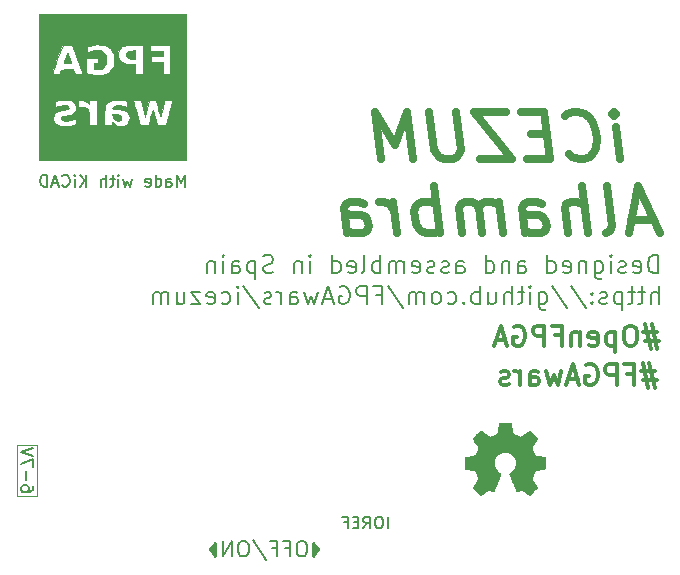
<source format=gbr>
G04 #@! TF.FileFunction,Legend,Bot*
%FSLAX46Y46*%
G04 Gerber Fmt 4.6, Leading zero omitted, Abs format (unit mm)*
G04 Created by KiCad (PCBNEW 4.0.2+e4-6225~38~ubuntu16.04.1-stable) date mié 27 jul 2016 08:55:20 CEST*
%MOMM*%
G01*
G04 APERTURE LIST*
%ADD10C,0.100000*%
%ADD11C,0.200000*%
%ADD12C,0.010000*%
%ADD13C,0.300000*%
%ADD14C,0.700000*%
%ADD15C,0.254000*%
G04 APERTURE END LIST*
D10*
D11*
X14685238Y32877619D02*
X14685238Y33877619D01*
X14351904Y33163333D01*
X14018571Y33877619D01*
X14018571Y32877619D01*
X13113809Y32877619D02*
X13113809Y33401429D01*
X13161428Y33496667D01*
X13256666Y33544286D01*
X13447143Y33544286D01*
X13542381Y33496667D01*
X13113809Y32925238D02*
X13209047Y32877619D01*
X13447143Y32877619D01*
X13542381Y32925238D01*
X13590000Y33020476D01*
X13590000Y33115714D01*
X13542381Y33210952D01*
X13447143Y33258571D01*
X13209047Y33258571D01*
X13113809Y33306190D01*
X12209047Y32877619D02*
X12209047Y33877619D01*
X12209047Y32925238D02*
X12304285Y32877619D01*
X12494762Y32877619D01*
X12590000Y32925238D01*
X12637619Y32972857D01*
X12685238Y33068095D01*
X12685238Y33353810D01*
X12637619Y33449048D01*
X12590000Y33496667D01*
X12494762Y33544286D01*
X12304285Y33544286D01*
X12209047Y33496667D01*
X11351904Y32925238D02*
X11447142Y32877619D01*
X11637619Y32877619D01*
X11732857Y32925238D01*
X11780476Y33020476D01*
X11780476Y33401429D01*
X11732857Y33496667D01*
X11637619Y33544286D01*
X11447142Y33544286D01*
X11351904Y33496667D01*
X11304285Y33401429D01*
X11304285Y33306190D01*
X11780476Y33210952D01*
X10209047Y33544286D02*
X10018571Y32877619D01*
X9828094Y33353810D01*
X9637618Y32877619D01*
X9447142Y33544286D01*
X9066190Y32877619D02*
X9066190Y33544286D01*
X9066190Y33877619D02*
X9113809Y33830000D01*
X9066190Y33782381D01*
X9018571Y33830000D01*
X9066190Y33877619D01*
X9066190Y33782381D01*
X8732857Y33544286D02*
X8351905Y33544286D01*
X8590000Y33877619D02*
X8590000Y33020476D01*
X8542381Y32925238D01*
X8447143Y32877619D01*
X8351905Y32877619D01*
X8018571Y32877619D02*
X8018571Y33877619D01*
X7589999Y32877619D02*
X7589999Y33401429D01*
X7637618Y33496667D01*
X7732856Y33544286D01*
X7875714Y33544286D01*
X7970952Y33496667D01*
X8018571Y33449048D01*
X6351904Y32877619D02*
X6351904Y33877619D01*
X5780475Y32877619D02*
X6209047Y33449048D01*
X5780475Y33877619D02*
X6351904Y33306190D01*
X5351904Y32877619D02*
X5351904Y33544286D01*
X5351904Y33877619D02*
X5399523Y33830000D01*
X5351904Y33782381D01*
X5304285Y33830000D01*
X5351904Y33877619D01*
X5351904Y33782381D01*
X4304285Y32972857D02*
X4351904Y32925238D01*
X4494761Y32877619D01*
X4589999Y32877619D01*
X4732857Y32925238D01*
X4828095Y33020476D01*
X4875714Y33115714D01*
X4923333Y33306190D01*
X4923333Y33449048D01*
X4875714Y33639524D01*
X4828095Y33734762D01*
X4732857Y33830000D01*
X4589999Y33877619D01*
X4494761Y33877619D01*
X4351904Y33830000D01*
X4304285Y33782381D01*
X3923333Y33163333D02*
X3447142Y33163333D01*
X4018571Y32877619D02*
X3685238Y33877619D01*
X3351904Y32877619D01*
X3018571Y32877619D02*
X3018571Y33877619D01*
X2780476Y33877619D01*
X2637618Y33830000D01*
X2542380Y33734762D01*
X2494761Y33639524D01*
X2447142Y33449048D01*
X2447142Y33306190D01*
X2494761Y33115714D01*
X2542380Y33020476D01*
X2637618Y32925238D01*
X2780476Y32877619D01*
X3018571Y32877619D01*
D12*
X460000Y11000000D02*
X470000Y11000000D01*
D10*
X460000Y6670000D02*
X460000Y11000000D01*
X2190000Y6670000D02*
X460000Y6670000D01*
X2190000Y11000000D02*
X2190000Y6670000D01*
X470000Y11000000D02*
X2190000Y11000000D01*
D11*
X1847619Y7486667D02*
X1847619Y7296190D01*
X1800000Y7200952D01*
X1752381Y7153333D01*
X1609524Y7058095D01*
X1419048Y7010476D01*
X1038095Y7010476D01*
X942857Y7058095D01*
X895238Y7105714D01*
X847619Y7200952D01*
X847619Y7391429D01*
X895238Y7486667D01*
X942857Y7534286D01*
X1038095Y7581905D01*
X1276190Y7581905D01*
X1371429Y7534286D01*
X1419048Y7486667D01*
X1466667Y7391429D01*
X1466667Y7200952D01*
X1419048Y7105714D01*
X1371429Y7058095D01*
X1276190Y7010476D01*
X1228571Y8010476D02*
X1228571Y8772381D01*
X1847619Y9153333D02*
X1847619Y9820000D01*
X847619Y9391428D01*
X1847619Y10058095D02*
X847619Y10391428D01*
X1847619Y10724762D01*
X31894762Y3937619D02*
X31894762Y4937619D01*
X31228096Y4937619D02*
X31037619Y4937619D01*
X30942381Y4890000D01*
X30847143Y4794762D01*
X30799524Y4604286D01*
X30799524Y4270952D01*
X30847143Y4080476D01*
X30942381Y3985238D01*
X31037619Y3937619D01*
X31228096Y3937619D01*
X31323334Y3985238D01*
X31418572Y4080476D01*
X31466191Y4270952D01*
X31466191Y4604286D01*
X31418572Y4794762D01*
X31323334Y4890000D01*
X31228096Y4937619D01*
X29799524Y3937619D02*
X30132858Y4413810D01*
X30370953Y3937619D02*
X30370953Y4937619D01*
X29990000Y4937619D01*
X29894762Y4890000D01*
X29847143Y4842381D01*
X29799524Y4747143D01*
X29799524Y4604286D01*
X29847143Y4509048D01*
X29894762Y4461429D01*
X29990000Y4413810D01*
X30370953Y4413810D01*
X29370953Y4461429D02*
X29037619Y4461429D01*
X28894762Y3937619D02*
X29370953Y3937619D01*
X29370953Y4937619D01*
X28894762Y4937619D01*
X28132857Y4461429D02*
X28466191Y4461429D01*
X28466191Y3937619D02*
X28466191Y4937619D01*
X27990000Y4937619D01*
X24720953Y2861905D02*
X24473334Y2861905D01*
X24349525Y2800000D01*
X24225715Y2676190D01*
X24163810Y2428571D01*
X24163810Y1995238D01*
X24225715Y1747619D01*
X24349525Y1623810D01*
X24473334Y1561905D01*
X24720953Y1561905D01*
X24844763Y1623810D01*
X24968572Y1747619D01*
X25030477Y1995238D01*
X25030477Y2428571D01*
X24968572Y2676190D01*
X24844763Y2800000D01*
X24720953Y2861905D01*
X23173334Y2242857D02*
X23606667Y2242857D01*
X23606667Y1561905D02*
X23606667Y2861905D01*
X22987620Y2861905D01*
X22059048Y2242857D02*
X22492381Y2242857D01*
X22492381Y1561905D02*
X22492381Y2861905D01*
X21873334Y2861905D01*
X20449524Y2923810D02*
X21563809Y1252381D01*
X19768571Y2861905D02*
X19520952Y2861905D01*
X19397143Y2800000D01*
X19273333Y2676190D01*
X19211428Y2428571D01*
X19211428Y1995238D01*
X19273333Y1747619D01*
X19397143Y1623810D01*
X19520952Y1561905D01*
X19768571Y1561905D01*
X19892381Y1623810D01*
X20016190Y1747619D01*
X20078095Y1995238D01*
X20078095Y2428571D01*
X20016190Y2676190D01*
X19892381Y2800000D01*
X19768571Y2861905D01*
X18654285Y1561905D02*
X18654285Y2861905D01*
X17911428Y1561905D01*
X17911428Y2861905D01*
D13*
X54497142Y17254286D02*
X53282857Y17254286D01*
X54011428Y17982857D02*
X54497142Y15797143D01*
X53444762Y16525714D02*
X54659047Y16525714D01*
X53930476Y15797143D02*
X53444762Y17982857D01*
X52149523Y17011429D02*
X52716190Y17011429D01*
X52716190Y16120952D02*
X52716190Y17820952D01*
X51906666Y17820952D01*
X51259047Y16120952D02*
X51259047Y17820952D01*
X50611428Y17820952D01*
X50449523Y17740000D01*
X50368571Y17659048D01*
X50287619Y17497143D01*
X50287619Y17254286D01*
X50368571Y17092381D01*
X50449523Y17011429D01*
X50611428Y16930476D01*
X51259047Y16930476D01*
X48668571Y17740000D02*
X48830476Y17820952D01*
X49073333Y17820952D01*
X49316190Y17740000D01*
X49478095Y17578095D01*
X49559047Y17416190D01*
X49639999Y17092381D01*
X49639999Y16849524D01*
X49559047Y16525714D01*
X49478095Y16363810D01*
X49316190Y16201905D01*
X49073333Y16120952D01*
X48911428Y16120952D01*
X48668571Y16201905D01*
X48587619Y16282857D01*
X48587619Y16849524D01*
X48911428Y16849524D01*
X47939999Y16606667D02*
X47130476Y16606667D01*
X48101904Y16120952D02*
X47535238Y17820952D01*
X46968571Y16120952D01*
X46563809Y17254286D02*
X46239999Y16120952D01*
X45916190Y16930476D01*
X45592380Y16120952D01*
X45268571Y17254286D01*
X43892381Y16120952D02*
X43892381Y17011429D01*
X43973333Y17173333D01*
X44135238Y17254286D01*
X44459047Y17254286D01*
X44620952Y17173333D01*
X43892381Y16201905D02*
X44054285Y16120952D01*
X44459047Y16120952D01*
X44620952Y16201905D01*
X44701904Y16363810D01*
X44701904Y16525714D01*
X44620952Y16687619D01*
X44459047Y16768571D01*
X44054285Y16768571D01*
X43892381Y16849524D01*
X43082857Y16120952D02*
X43082857Y17254286D01*
X43082857Y16930476D02*
X43001905Y17092381D01*
X42920952Y17173333D01*
X42759048Y17254286D01*
X42597143Y17254286D01*
X42111428Y16201905D02*
X41949524Y16120952D01*
X41625714Y16120952D01*
X41463809Y16201905D01*
X41382857Y16363810D01*
X41382857Y16444762D01*
X41463809Y16606667D01*
X41625714Y16687619D01*
X41868571Y16687619D01*
X42030476Y16768571D01*
X42111428Y16930476D01*
X42111428Y17011429D01*
X42030476Y17173333D01*
X41868571Y17254286D01*
X41625714Y17254286D01*
X41463809Y17173333D01*
X54690475Y20544286D02*
X53476190Y20544286D01*
X54204761Y21272857D02*
X54690475Y19087143D01*
X53638095Y19815714D02*
X54852380Y19815714D01*
X54123809Y19087143D02*
X53638095Y21272857D01*
X52585714Y21110952D02*
X52261904Y21110952D01*
X52099999Y21030000D01*
X51938095Y20868095D01*
X51857142Y20544286D01*
X51857142Y19977619D01*
X51938095Y19653810D01*
X52099999Y19491905D01*
X52261904Y19410952D01*
X52585714Y19410952D01*
X52747618Y19491905D01*
X52909523Y19653810D01*
X52990475Y19977619D01*
X52990475Y20544286D01*
X52909523Y20868095D01*
X52747618Y21030000D01*
X52585714Y21110952D01*
X51128571Y20544286D02*
X51128571Y18844286D01*
X51128571Y20463333D02*
X50966666Y20544286D01*
X50642857Y20544286D01*
X50480952Y20463333D01*
X50400000Y20382381D01*
X50319047Y20220476D01*
X50319047Y19734762D01*
X50400000Y19572857D01*
X50480952Y19491905D01*
X50642857Y19410952D01*
X50966666Y19410952D01*
X51128571Y19491905D01*
X48942857Y19491905D02*
X49104762Y19410952D01*
X49428571Y19410952D01*
X49590476Y19491905D01*
X49671428Y19653810D01*
X49671428Y20301429D01*
X49590476Y20463333D01*
X49428571Y20544286D01*
X49104762Y20544286D01*
X48942857Y20463333D01*
X48861905Y20301429D01*
X48861905Y20139524D01*
X49671428Y19977619D01*
X48133333Y20544286D02*
X48133333Y19410952D01*
X48133333Y20382381D02*
X48052381Y20463333D01*
X47890476Y20544286D01*
X47647619Y20544286D01*
X47485714Y20463333D01*
X47404762Y20301429D01*
X47404762Y19410952D01*
X46028571Y20301429D02*
X46595238Y20301429D01*
X46595238Y19410952D02*
X46595238Y21110952D01*
X45785714Y21110952D01*
X45138095Y19410952D02*
X45138095Y21110952D01*
X44490476Y21110952D01*
X44328571Y21030000D01*
X44247619Y20949048D01*
X44166667Y20787143D01*
X44166667Y20544286D01*
X44247619Y20382381D01*
X44328571Y20301429D01*
X44490476Y20220476D01*
X45138095Y20220476D01*
X42547619Y21030000D02*
X42709524Y21110952D01*
X42952381Y21110952D01*
X43195238Y21030000D01*
X43357143Y20868095D01*
X43438095Y20706190D01*
X43519047Y20382381D01*
X43519047Y20139524D01*
X43438095Y19815714D01*
X43357143Y19653810D01*
X43195238Y19491905D01*
X42952381Y19410952D01*
X42790476Y19410952D01*
X42547619Y19491905D01*
X42466667Y19572857D01*
X42466667Y20139524D01*
X42790476Y20139524D01*
X41819047Y19896667D02*
X41009524Y19896667D01*
X41980952Y19410952D02*
X41414286Y21110952D01*
X40847619Y19410952D01*
D11*
X54792859Y22931429D02*
X54792859Y24431429D01*
X54150002Y22931429D02*
X54150002Y23717143D01*
X54221431Y23860000D01*
X54364288Y23931429D01*
X54578573Y23931429D01*
X54721431Y23860000D01*
X54792859Y23788571D01*
X53650002Y23931429D02*
X53078573Y23931429D01*
X53435716Y24431429D02*
X53435716Y23145714D01*
X53364288Y23002857D01*
X53221430Y22931429D01*
X53078573Y22931429D01*
X52792859Y23931429D02*
X52221430Y23931429D01*
X52578573Y24431429D02*
X52578573Y23145714D01*
X52507145Y23002857D01*
X52364287Y22931429D01*
X52221430Y22931429D01*
X51721430Y23931429D02*
X51721430Y22431429D01*
X51721430Y23860000D02*
X51578573Y23931429D01*
X51292859Y23931429D01*
X51150002Y23860000D01*
X51078573Y23788571D01*
X51007144Y23645714D01*
X51007144Y23217143D01*
X51078573Y23074286D01*
X51150002Y23002857D01*
X51292859Y22931429D01*
X51578573Y22931429D01*
X51721430Y23002857D01*
X50435716Y23002857D02*
X50292859Y22931429D01*
X50007144Y22931429D01*
X49864287Y23002857D01*
X49792859Y23145714D01*
X49792859Y23217143D01*
X49864287Y23360000D01*
X50007144Y23431429D01*
X50221430Y23431429D01*
X50364287Y23502857D01*
X50435716Y23645714D01*
X50435716Y23717143D01*
X50364287Y23860000D01*
X50221430Y23931429D01*
X50007144Y23931429D01*
X49864287Y23860000D01*
X49150001Y23074286D02*
X49078573Y23002857D01*
X49150001Y22931429D01*
X49221430Y23002857D01*
X49150001Y23074286D01*
X49150001Y22931429D01*
X49150001Y23860000D02*
X49078573Y23788571D01*
X49150001Y23717143D01*
X49221430Y23788571D01*
X49150001Y23860000D01*
X49150001Y23717143D01*
X47364287Y24502857D02*
X48650001Y22574286D01*
X45792858Y24502857D02*
X47078572Y22574286D01*
X44650000Y23931429D02*
X44650000Y22717143D01*
X44721429Y22574286D01*
X44792857Y22502857D01*
X44935714Y22431429D01*
X45150000Y22431429D01*
X45292857Y22502857D01*
X44650000Y23002857D02*
X44792857Y22931429D01*
X45078571Y22931429D01*
X45221429Y23002857D01*
X45292857Y23074286D01*
X45364286Y23217143D01*
X45364286Y23645714D01*
X45292857Y23788571D01*
X45221429Y23860000D01*
X45078571Y23931429D01*
X44792857Y23931429D01*
X44650000Y23860000D01*
X43935714Y22931429D02*
X43935714Y23931429D01*
X43935714Y24431429D02*
X44007143Y24360000D01*
X43935714Y24288571D01*
X43864286Y24360000D01*
X43935714Y24431429D01*
X43935714Y24288571D01*
X43435714Y23931429D02*
X42864285Y23931429D01*
X43221428Y24431429D02*
X43221428Y23145714D01*
X43150000Y23002857D01*
X43007142Y22931429D01*
X42864285Y22931429D01*
X42364285Y22931429D02*
X42364285Y24431429D01*
X41721428Y22931429D02*
X41721428Y23717143D01*
X41792857Y23860000D01*
X41935714Y23931429D01*
X42149999Y23931429D01*
X42292857Y23860000D01*
X42364285Y23788571D01*
X40364285Y23931429D02*
X40364285Y22931429D01*
X41007142Y23931429D02*
X41007142Y23145714D01*
X40935714Y23002857D01*
X40792856Y22931429D01*
X40578571Y22931429D01*
X40435714Y23002857D01*
X40364285Y23074286D01*
X39649999Y22931429D02*
X39649999Y24431429D01*
X39649999Y23860000D02*
X39507142Y23931429D01*
X39221428Y23931429D01*
X39078571Y23860000D01*
X39007142Y23788571D01*
X38935713Y23645714D01*
X38935713Y23217143D01*
X39007142Y23074286D01*
X39078571Y23002857D01*
X39221428Y22931429D01*
X39507142Y22931429D01*
X39649999Y23002857D01*
X38292856Y23074286D02*
X38221428Y23002857D01*
X38292856Y22931429D01*
X38364285Y23002857D01*
X38292856Y23074286D01*
X38292856Y22931429D01*
X36935713Y23002857D02*
X37078570Y22931429D01*
X37364284Y22931429D01*
X37507142Y23002857D01*
X37578570Y23074286D01*
X37649999Y23217143D01*
X37649999Y23645714D01*
X37578570Y23788571D01*
X37507142Y23860000D01*
X37364284Y23931429D01*
X37078570Y23931429D01*
X36935713Y23860000D01*
X36078570Y22931429D02*
X36221428Y23002857D01*
X36292856Y23074286D01*
X36364285Y23217143D01*
X36364285Y23645714D01*
X36292856Y23788571D01*
X36221428Y23860000D01*
X36078570Y23931429D01*
X35864285Y23931429D01*
X35721428Y23860000D01*
X35649999Y23788571D01*
X35578570Y23645714D01*
X35578570Y23217143D01*
X35649999Y23074286D01*
X35721428Y23002857D01*
X35864285Y22931429D01*
X36078570Y22931429D01*
X34935713Y22931429D02*
X34935713Y23931429D01*
X34935713Y23788571D02*
X34864285Y23860000D01*
X34721427Y23931429D01*
X34507142Y23931429D01*
X34364285Y23860000D01*
X34292856Y23717143D01*
X34292856Y22931429D01*
X34292856Y23717143D02*
X34221427Y23860000D01*
X34078570Y23931429D01*
X33864285Y23931429D01*
X33721427Y23860000D01*
X33649999Y23717143D01*
X33649999Y22931429D01*
X31864285Y24502857D02*
X33149999Y22574286D01*
X30864284Y23717143D02*
X31364284Y23717143D01*
X31364284Y22931429D02*
X31364284Y24431429D01*
X30649998Y24431429D01*
X30078570Y22931429D02*
X30078570Y24431429D01*
X29507142Y24431429D01*
X29364284Y24360000D01*
X29292856Y24288571D01*
X29221427Y24145714D01*
X29221427Y23931429D01*
X29292856Y23788571D01*
X29364284Y23717143D01*
X29507142Y23645714D01*
X30078570Y23645714D01*
X27792856Y24360000D02*
X27935713Y24431429D01*
X28149999Y24431429D01*
X28364284Y24360000D01*
X28507142Y24217143D01*
X28578570Y24074286D01*
X28649999Y23788571D01*
X28649999Y23574286D01*
X28578570Y23288571D01*
X28507142Y23145714D01*
X28364284Y23002857D01*
X28149999Y22931429D01*
X28007142Y22931429D01*
X27792856Y23002857D01*
X27721427Y23074286D01*
X27721427Y23574286D01*
X28007142Y23574286D01*
X27149999Y23360000D02*
X26435713Y23360000D01*
X27292856Y22931429D02*
X26792856Y24431429D01*
X26292856Y22931429D01*
X25935713Y23931429D02*
X25649999Y22931429D01*
X25364285Y23645714D01*
X25078570Y22931429D01*
X24792856Y23931429D01*
X23578570Y22931429D02*
X23578570Y23717143D01*
X23649999Y23860000D01*
X23792856Y23931429D01*
X24078570Y23931429D01*
X24221427Y23860000D01*
X23578570Y23002857D02*
X23721427Y22931429D01*
X24078570Y22931429D01*
X24221427Y23002857D01*
X24292856Y23145714D01*
X24292856Y23288571D01*
X24221427Y23431429D01*
X24078570Y23502857D01*
X23721427Y23502857D01*
X23578570Y23574286D01*
X22864284Y22931429D02*
X22864284Y23931429D01*
X22864284Y23645714D02*
X22792856Y23788571D01*
X22721427Y23860000D01*
X22578570Y23931429D01*
X22435713Y23931429D01*
X22007142Y23002857D02*
X21864285Y22931429D01*
X21578570Y22931429D01*
X21435713Y23002857D01*
X21364285Y23145714D01*
X21364285Y23217143D01*
X21435713Y23360000D01*
X21578570Y23431429D01*
X21792856Y23431429D01*
X21935713Y23502857D01*
X22007142Y23645714D01*
X22007142Y23717143D01*
X21935713Y23860000D01*
X21792856Y23931429D01*
X21578570Y23931429D01*
X21435713Y23860000D01*
X19649999Y24502857D02*
X20935713Y22574286D01*
X19149998Y22931429D02*
X19149998Y23931429D01*
X19149998Y24431429D02*
X19221427Y24360000D01*
X19149998Y24288571D01*
X19078570Y24360000D01*
X19149998Y24431429D01*
X19149998Y24288571D01*
X17792855Y23002857D02*
X17935712Y22931429D01*
X18221426Y22931429D01*
X18364284Y23002857D01*
X18435712Y23074286D01*
X18507141Y23217143D01*
X18507141Y23645714D01*
X18435712Y23788571D01*
X18364284Y23860000D01*
X18221426Y23931429D01*
X17935712Y23931429D01*
X17792855Y23860000D01*
X16578570Y23002857D02*
X16721427Y22931429D01*
X17007141Y22931429D01*
X17149998Y23002857D01*
X17221427Y23145714D01*
X17221427Y23717143D01*
X17149998Y23860000D01*
X17007141Y23931429D01*
X16721427Y23931429D01*
X16578570Y23860000D01*
X16507141Y23717143D01*
X16507141Y23574286D01*
X17221427Y23431429D01*
X16007141Y23931429D02*
X15221427Y23931429D01*
X16007141Y22931429D01*
X15221427Y22931429D01*
X14007141Y23931429D02*
X14007141Y22931429D01*
X14649998Y23931429D02*
X14649998Y23145714D01*
X14578570Y23002857D01*
X14435712Y22931429D01*
X14221427Y22931429D01*
X14078570Y23002857D01*
X14007141Y23074286D01*
X13292855Y22931429D02*
X13292855Y23931429D01*
X13292855Y23788571D02*
X13221427Y23860000D01*
X13078569Y23931429D01*
X12864284Y23931429D01*
X12721427Y23860000D01*
X12649998Y23717143D01*
X12649998Y22931429D01*
X12649998Y23717143D02*
X12578569Y23860000D01*
X12435712Y23931429D01*
X12221427Y23931429D01*
X12078569Y23860000D01*
X12007141Y23717143D01*
X12007141Y22931429D01*
X54741429Y25551429D02*
X54741429Y27051429D01*
X54384286Y27051429D01*
X54170001Y26980000D01*
X54027143Y26837143D01*
X53955715Y26694286D01*
X53884286Y26408571D01*
X53884286Y26194286D01*
X53955715Y25908571D01*
X54027143Y25765714D01*
X54170001Y25622857D01*
X54384286Y25551429D01*
X54741429Y25551429D01*
X52670001Y25622857D02*
X52812858Y25551429D01*
X53098572Y25551429D01*
X53241429Y25622857D01*
X53312858Y25765714D01*
X53312858Y26337143D01*
X53241429Y26480000D01*
X53098572Y26551429D01*
X52812858Y26551429D01*
X52670001Y26480000D01*
X52598572Y26337143D01*
X52598572Y26194286D01*
X53312858Y26051429D01*
X52027144Y25622857D02*
X51884287Y25551429D01*
X51598572Y25551429D01*
X51455715Y25622857D01*
X51384287Y25765714D01*
X51384287Y25837143D01*
X51455715Y25980000D01*
X51598572Y26051429D01*
X51812858Y26051429D01*
X51955715Y26122857D01*
X52027144Y26265714D01*
X52027144Y26337143D01*
X51955715Y26480000D01*
X51812858Y26551429D01*
X51598572Y26551429D01*
X51455715Y26480000D01*
X50741429Y25551429D02*
X50741429Y26551429D01*
X50741429Y27051429D02*
X50812858Y26980000D01*
X50741429Y26908571D01*
X50670001Y26980000D01*
X50741429Y27051429D01*
X50741429Y26908571D01*
X49384286Y26551429D02*
X49384286Y25337143D01*
X49455715Y25194286D01*
X49527143Y25122857D01*
X49670000Y25051429D01*
X49884286Y25051429D01*
X50027143Y25122857D01*
X49384286Y25622857D02*
X49527143Y25551429D01*
X49812857Y25551429D01*
X49955715Y25622857D01*
X50027143Y25694286D01*
X50098572Y25837143D01*
X50098572Y26265714D01*
X50027143Y26408571D01*
X49955715Y26480000D01*
X49812857Y26551429D01*
X49527143Y26551429D01*
X49384286Y26480000D01*
X48670000Y26551429D02*
X48670000Y25551429D01*
X48670000Y26408571D02*
X48598572Y26480000D01*
X48455714Y26551429D01*
X48241429Y26551429D01*
X48098572Y26480000D01*
X48027143Y26337143D01*
X48027143Y25551429D01*
X46741429Y25622857D02*
X46884286Y25551429D01*
X47170000Y25551429D01*
X47312857Y25622857D01*
X47384286Y25765714D01*
X47384286Y26337143D01*
X47312857Y26480000D01*
X47170000Y26551429D01*
X46884286Y26551429D01*
X46741429Y26480000D01*
X46670000Y26337143D01*
X46670000Y26194286D01*
X47384286Y26051429D01*
X45384286Y25551429D02*
X45384286Y27051429D01*
X45384286Y25622857D02*
X45527143Y25551429D01*
X45812857Y25551429D01*
X45955715Y25622857D01*
X46027143Y25694286D01*
X46098572Y25837143D01*
X46098572Y26265714D01*
X46027143Y26408571D01*
X45955715Y26480000D01*
X45812857Y26551429D01*
X45527143Y26551429D01*
X45384286Y26480000D01*
X42884286Y25551429D02*
X42884286Y26337143D01*
X42955715Y26480000D01*
X43098572Y26551429D01*
X43384286Y26551429D01*
X43527143Y26480000D01*
X42884286Y25622857D02*
X43027143Y25551429D01*
X43384286Y25551429D01*
X43527143Y25622857D01*
X43598572Y25765714D01*
X43598572Y25908571D01*
X43527143Y26051429D01*
X43384286Y26122857D01*
X43027143Y26122857D01*
X42884286Y26194286D01*
X42170000Y26551429D02*
X42170000Y25551429D01*
X42170000Y26408571D02*
X42098572Y26480000D01*
X41955714Y26551429D01*
X41741429Y26551429D01*
X41598572Y26480000D01*
X41527143Y26337143D01*
X41527143Y25551429D01*
X40170000Y25551429D02*
X40170000Y27051429D01*
X40170000Y25622857D02*
X40312857Y25551429D01*
X40598571Y25551429D01*
X40741429Y25622857D01*
X40812857Y25694286D01*
X40884286Y25837143D01*
X40884286Y26265714D01*
X40812857Y26408571D01*
X40741429Y26480000D01*
X40598571Y26551429D01*
X40312857Y26551429D01*
X40170000Y26480000D01*
X37670000Y25551429D02*
X37670000Y26337143D01*
X37741429Y26480000D01*
X37884286Y26551429D01*
X38170000Y26551429D01*
X38312857Y26480000D01*
X37670000Y25622857D02*
X37812857Y25551429D01*
X38170000Y25551429D01*
X38312857Y25622857D01*
X38384286Y25765714D01*
X38384286Y25908571D01*
X38312857Y26051429D01*
X38170000Y26122857D01*
X37812857Y26122857D01*
X37670000Y26194286D01*
X37027143Y25622857D02*
X36884286Y25551429D01*
X36598571Y25551429D01*
X36455714Y25622857D01*
X36384286Y25765714D01*
X36384286Y25837143D01*
X36455714Y25980000D01*
X36598571Y26051429D01*
X36812857Y26051429D01*
X36955714Y26122857D01*
X37027143Y26265714D01*
X37027143Y26337143D01*
X36955714Y26480000D01*
X36812857Y26551429D01*
X36598571Y26551429D01*
X36455714Y26480000D01*
X35812857Y25622857D02*
X35670000Y25551429D01*
X35384285Y25551429D01*
X35241428Y25622857D01*
X35170000Y25765714D01*
X35170000Y25837143D01*
X35241428Y25980000D01*
X35384285Y26051429D01*
X35598571Y26051429D01*
X35741428Y26122857D01*
X35812857Y26265714D01*
X35812857Y26337143D01*
X35741428Y26480000D01*
X35598571Y26551429D01*
X35384285Y26551429D01*
X35241428Y26480000D01*
X33955714Y25622857D02*
X34098571Y25551429D01*
X34384285Y25551429D01*
X34527142Y25622857D01*
X34598571Y25765714D01*
X34598571Y26337143D01*
X34527142Y26480000D01*
X34384285Y26551429D01*
X34098571Y26551429D01*
X33955714Y26480000D01*
X33884285Y26337143D01*
X33884285Y26194286D01*
X34598571Y26051429D01*
X33241428Y25551429D02*
X33241428Y26551429D01*
X33241428Y26408571D02*
X33170000Y26480000D01*
X33027142Y26551429D01*
X32812857Y26551429D01*
X32670000Y26480000D01*
X32598571Y26337143D01*
X32598571Y25551429D01*
X32598571Y26337143D02*
X32527142Y26480000D01*
X32384285Y26551429D01*
X32170000Y26551429D01*
X32027142Y26480000D01*
X31955714Y26337143D01*
X31955714Y25551429D01*
X31241428Y25551429D02*
X31241428Y27051429D01*
X31241428Y26480000D02*
X31098571Y26551429D01*
X30812857Y26551429D01*
X30670000Y26480000D01*
X30598571Y26408571D01*
X30527142Y26265714D01*
X30527142Y25837143D01*
X30598571Y25694286D01*
X30670000Y25622857D01*
X30812857Y25551429D01*
X31098571Y25551429D01*
X31241428Y25622857D01*
X29669999Y25551429D02*
X29812857Y25622857D01*
X29884285Y25765714D01*
X29884285Y27051429D01*
X28527143Y25622857D02*
X28670000Y25551429D01*
X28955714Y25551429D01*
X29098571Y25622857D01*
X29170000Y25765714D01*
X29170000Y26337143D01*
X29098571Y26480000D01*
X28955714Y26551429D01*
X28670000Y26551429D01*
X28527143Y26480000D01*
X28455714Y26337143D01*
X28455714Y26194286D01*
X29170000Y26051429D01*
X27170000Y25551429D02*
X27170000Y27051429D01*
X27170000Y25622857D02*
X27312857Y25551429D01*
X27598571Y25551429D01*
X27741429Y25622857D01*
X27812857Y25694286D01*
X27884286Y25837143D01*
X27884286Y26265714D01*
X27812857Y26408571D01*
X27741429Y26480000D01*
X27598571Y26551429D01*
X27312857Y26551429D01*
X27170000Y26480000D01*
X25312857Y25551429D02*
X25312857Y26551429D01*
X25312857Y27051429D02*
X25384286Y26980000D01*
X25312857Y26908571D01*
X25241429Y26980000D01*
X25312857Y27051429D01*
X25312857Y26908571D01*
X24598571Y26551429D02*
X24598571Y25551429D01*
X24598571Y26408571D02*
X24527143Y26480000D01*
X24384285Y26551429D01*
X24170000Y26551429D01*
X24027143Y26480000D01*
X23955714Y26337143D01*
X23955714Y25551429D01*
X22170000Y25622857D02*
X21955714Y25551429D01*
X21598571Y25551429D01*
X21455714Y25622857D01*
X21384285Y25694286D01*
X21312857Y25837143D01*
X21312857Y25980000D01*
X21384285Y26122857D01*
X21455714Y26194286D01*
X21598571Y26265714D01*
X21884285Y26337143D01*
X22027143Y26408571D01*
X22098571Y26480000D01*
X22170000Y26622857D01*
X22170000Y26765714D01*
X22098571Y26908571D01*
X22027143Y26980000D01*
X21884285Y27051429D01*
X21527143Y27051429D01*
X21312857Y26980000D01*
X20670000Y26551429D02*
X20670000Y25051429D01*
X20670000Y26480000D02*
X20527143Y26551429D01*
X20241429Y26551429D01*
X20098572Y26480000D01*
X20027143Y26408571D01*
X19955714Y26265714D01*
X19955714Y25837143D01*
X20027143Y25694286D01*
X20098572Y25622857D01*
X20241429Y25551429D01*
X20527143Y25551429D01*
X20670000Y25622857D01*
X18670000Y25551429D02*
X18670000Y26337143D01*
X18741429Y26480000D01*
X18884286Y26551429D01*
X19170000Y26551429D01*
X19312857Y26480000D01*
X18670000Y25622857D02*
X18812857Y25551429D01*
X19170000Y25551429D01*
X19312857Y25622857D01*
X19384286Y25765714D01*
X19384286Y25908571D01*
X19312857Y26051429D01*
X19170000Y26122857D01*
X18812857Y26122857D01*
X18670000Y26194286D01*
X17955714Y25551429D02*
X17955714Y26551429D01*
X17955714Y27051429D02*
X18027143Y26980000D01*
X17955714Y26908571D01*
X17884286Y26980000D01*
X17955714Y27051429D01*
X17955714Y26908571D01*
X17241428Y26551429D02*
X17241428Y25551429D01*
X17241428Y26408571D02*
X17170000Y26480000D01*
X17027142Y26551429D01*
X16812857Y26551429D01*
X16670000Y26480000D01*
X16598571Y26337143D01*
X16598571Y25551429D01*
D14*
X51491428Y35230476D02*
X51158095Y37897143D01*
X50991428Y39230476D02*
X51205714Y39040000D01*
X51039047Y38849524D01*
X50824762Y39040000D01*
X50991428Y39230476D01*
X51039047Y38849524D01*
X47253333Y35611429D02*
X47467619Y35420952D01*
X48062857Y35230476D01*
X48443809Y35230476D01*
X48991428Y35420952D01*
X49324762Y35801905D01*
X49467619Y36182857D01*
X49562857Y36944762D01*
X49491428Y37516190D01*
X49205714Y38278095D01*
X48967619Y38659048D01*
X48539047Y39040000D01*
X47943809Y39230476D01*
X47562857Y39230476D01*
X47015238Y39040000D01*
X46848571Y38849524D01*
X45324762Y37325714D02*
X43991429Y37325714D01*
X43681904Y35230476D02*
X45586666Y35230476D01*
X45086666Y39230476D01*
X43181904Y39230476D01*
X41848570Y39230476D02*
X39181904Y39230476D01*
X42348570Y35230476D01*
X39681904Y35230476D01*
X37658094Y39230476D02*
X38062856Y35992381D01*
X37919999Y35611429D01*
X37753333Y35420952D01*
X37396189Y35230476D01*
X36634285Y35230476D01*
X36229523Y35420952D01*
X36015237Y35611429D01*
X35777142Y35992381D01*
X35372380Y39230476D01*
X33967618Y35230476D02*
X33467618Y39230476D01*
X32491428Y36373333D01*
X30800951Y39230476D01*
X31300951Y35230476D01*
X54396190Y30073333D02*
X52491428Y30073333D01*
X54920000Y28930476D02*
X53086666Y32930476D01*
X52253333Y28930476D01*
X50348571Y28930476D02*
X50705715Y29120952D01*
X50848572Y29501905D01*
X50420000Y32930476D01*
X48824762Y28930476D02*
X48324762Y32930476D01*
X47110476Y28930476D02*
X46848572Y31025714D01*
X46991430Y31406667D01*
X47348572Y31597143D01*
X47920000Y31597143D01*
X48324763Y31406667D01*
X48539048Y31216190D01*
X43491428Y28930476D02*
X43229524Y31025714D01*
X43372382Y31406667D01*
X43729524Y31597143D01*
X44491429Y31597143D01*
X44896191Y31406667D01*
X43467619Y29120952D02*
X43872381Y28930476D01*
X44824762Y28930476D01*
X45181905Y29120952D01*
X45324762Y29501905D01*
X45277143Y29882857D01*
X45039048Y30263810D01*
X44634286Y30454286D01*
X43681905Y30454286D01*
X43277143Y30644762D01*
X41586666Y28930476D02*
X41253333Y31597143D01*
X41300952Y31216190D02*
X41086667Y31406667D01*
X40681904Y31597143D01*
X40110476Y31597143D01*
X39753334Y31406667D01*
X39610476Y31025714D01*
X39872380Y28930476D01*
X39610476Y31025714D02*
X39372381Y31406667D01*
X38967619Y31597143D01*
X38396190Y31597143D01*
X38039048Y31406667D01*
X37896191Y31025714D01*
X38158095Y28930476D01*
X36253333Y28930476D02*
X35753333Y32930476D01*
X35943810Y31406667D02*
X35539048Y31597143D01*
X34777143Y31597143D01*
X34420001Y31406667D01*
X34253333Y31216190D01*
X34110476Y30835238D01*
X34253333Y29692381D01*
X34491428Y29311429D01*
X34705715Y29120952D01*
X35110476Y28930476D01*
X35872381Y28930476D01*
X36229524Y29120952D01*
X32634285Y28930476D02*
X32300952Y31597143D01*
X32396190Y30835238D02*
X32158095Y31216190D01*
X31943810Y31406667D01*
X31539047Y31597143D01*
X31158095Y31597143D01*
X28443809Y28930476D02*
X28181905Y31025714D01*
X28324763Y31406667D01*
X28681905Y31597143D01*
X29443810Y31597143D01*
X29848572Y31406667D01*
X28420000Y29120952D02*
X28824762Y28930476D01*
X29777143Y28930476D01*
X30134286Y29120952D01*
X30277143Y29501905D01*
X30229524Y29882857D01*
X29991429Y30263810D01*
X29586667Y30454286D01*
X28634286Y30454286D01*
X28229524Y30644762D01*
D12*
G36*
X2348858Y35115143D02*
X14794857Y35115143D01*
X14794857Y35205858D01*
X14758572Y35205858D01*
X14740429Y35187715D01*
X14722286Y35205858D01*
X2421429Y35205858D01*
X2403286Y35187715D01*
X2385143Y35205858D01*
X2403286Y35224000D01*
X2421429Y35205858D01*
X14722286Y35205858D01*
X14740429Y35224000D01*
X14758572Y35205858D01*
X14794857Y35205858D01*
X14794857Y40159725D01*
X13628407Y40159725D01*
X13625130Y40133066D01*
X13611582Y40082233D01*
X13582111Y39970745D01*
X13539229Y39808137D01*
X13485448Y39603944D01*
X13423282Y39367703D01*
X13355243Y39108947D01*
X13342390Y39060048D01*
X13077444Y38051952D01*
X12694903Y38062191D01*
X12312362Y38072429D01*
X12144792Y38761857D01*
X12089111Y38994792D01*
X12046426Y39169796D01*
X12012655Y39285406D01*
X11983719Y39340156D01*
X11955537Y39332582D01*
X11924030Y39261219D01*
X11885116Y39124602D01*
X11834716Y38921267D01*
X11768750Y38649747D01*
X11762581Y38624641D01*
X11621663Y38051997D01*
X10863257Y38072429D01*
X10692666Y38715698D01*
X10014541Y38715698D01*
X9987656Y38490842D01*
X9906179Y38300916D01*
X9775017Y38156110D01*
X9730202Y38125128D01*
X9517583Y38024707D01*
X9302005Y37989700D01*
X9067622Y38018218D01*
X8995450Y38037632D01*
X8815330Y38117537D01*
X8680436Y38220270D01*
X8553715Y38346991D01*
X8553715Y38054286D01*
X7858152Y38054286D01*
X7870621Y38843500D01*
X7875264Y39106034D01*
X7880503Y39306779D01*
X7887378Y39456519D01*
X7896932Y39566035D01*
X7910206Y39646109D01*
X7928242Y39707524D01*
X7952080Y39761062D01*
X7960871Y39777858D01*
X8064443Y39937508D01*
X8187589Y40055500D01*
X8342168Y40137548D01*
X8540042Y40189368D01*
X8593555Y40195143D01*
X7247429Y40195143D01*
X7247429Y38054286D01*
X6563995Y38054286D01*
X6551926Y38680215D01*
X6546809Y38910766D01*
X6540637Y39081176D01*
X6531870Y39203873D01*
X6518965Y39291286D01*
X6500379Y39355842D01*
X6474570Y39409971D01*
X6457894Y39437945D01*
X6344574Y39565489D01*
X6194155Y39638489D01*
X6001076Y39658639D01*
X5805072Y39636556D01*
X5650857Y39608193D01*
X5650857Y39651126D01*
X5456422Y39651126D01*
X5450855Y39437742D01*
X5436068Y39371433D01*
X5358859Y39208161D01*
X5222312Y39076168D01*
X5024171Y38974154D01*
X4762179Y38900822D01*
X4562286Y38868635D01*
X4394462Y38843300D01*
X4286785Y38813558D01*
X4226870Y38772635D01*
X4202333Y38713758D01*
X4199429Y38670190D01*
X4210364Y38591843D01*
X4256134Y38540868D01*
X4335500Y38501680D01*
X4484315Y38467639D01*
X4678795Y38464578D01*
X4899654Y38491102D01*
X5127607Y38545817D01*
X5180618Y38562783D01*
X5295463Y38600504D01*
X5380384Y38626593D01*
X5413856Y38634857D01*
X5423404Y38601651D01*
X5430301Y38514331D01*
X5433133Y38391342D01*
X5433143Y38383303D01*
X5432714Y38268607D01*
X5423736Y38189307D01*
X5394675Y38136524D01*
X5333998Y38101383D01*
X5230169Y38075005D01*
X5071656Y38048513D01*
X4979572Y38034215D01*
X4769291Y38004276D01*
X4604508Y37989562D01*
X4459862Y37989618D01*
X4309995Y38003992D01*
X4200734Y38020318D01*
X3947609Y38084500D01*
X3755129Y38186303D01*
X3620547Y38328023D01*
X3541115Y38511954D01*
X3526324Y38583629D01*
X3524279Y38766804D01*
X3568810Y38947682D01*
X3651844Y39099072D01*
X3692756Y39144097D01*
X3810943Y39221799D01*
X3991676Y39291082D01*
X4238482Y39353080D01*
X4481469Y39397488D01*
X4671622Y39438109D01*
X4791519Y39488484D01*
X4843046Y39550506D01*
X4828092Y39626066D01*
X4775239Y39691905D01*
X4731075Y39729283D01*
X4679221Y39750486D01*
X4601559Y39758192D01*
X4479969Y39755079D01*
X4385167Y39749559D01*
X4208153Y39730832D01*
X4028323Y39699474D01*
X3880769Y39661779D01*
X3863786Y39656038D01*
X3655143Y39582195D01*
X3655143Y40117427D01*
X3863786Y40165355D01*
X3986436Y40184840D01*
X4157083Y40200512D01*
X4351183Y40210546D01*
X4507857Y40213285D01*
X4701708Y40211659D01*
X4840937Y40205121D01*
X4943456Y40191185D01*
X5027174Y40167362D01*
X5110002Y40131166D01*
X5114275Y40129069D01*
X5283189Y40008425D01*
X5398886Y39845232D01*
X5456422Y39651126D01*
X5650857Y39651126D01*
X5650857Y40231429D01*
X5823215Y40231227D01*
X6055476Y40209717D01*
X6245307Y40141461D01*
X6410670Y40019952D01*
X6413231Y40017524D01*
X6558000Y39879808D01*
X6558000Y40195143D01*
X7247429Y40195143D01*
X8593555Y40195143D01*
X8793071Y40216674D01*
X8880286Y40220894D01*
X9103275Y40222432D01*
X9325829Y40211990D01*
X9514205Y40191265D01*
X9533429Y40188077D01*
X9805572Y40140715D01*
X9816324Y39873116D01*
X9820366Y39736773D01*
X9816777Y39659462D01*
X9802518Y39627787D01*
X9774548Y39628354D01*
X9761896Y39633289D01*
X9464796Y39722259D01*
X9128241Y39753929D01*
X9031358Y39752517D01*
X8880043Y39745171D01*
X8782064Y39732773D01*
X8718187Y39709761D01*
X8669179Y39670578D01*
X8641287Y39639762D01*
X8580522Y39562983D01*
X8557273Y39508785D01*
X8578672Y39472323D01*
X8651855Y39448750D01*
X8783956Y39433221D01*
X8961929Y39421966D01*
X9204121Y39405124D01*
X9389317Y39381929D01*
X9533037Y39348856D01*
X9650802Y39302378D01*
X9753450Y39242141D01*
X9897795Y39109308D01*
X9983380Y38941263D01*
X10014333Y38729682D01*
X10014541Y38715698D01*
X10692666Y38715698D01*
X10598631Y39070286D01*
X10530158Y39330506D01*
X10468185Y39569899D01*
X10415104Y39778911D01*
X10373308Y39947990D01*
X10345188Y40067583D01*
X10333137Y40128136D01*
X10332860Y40131643D01*
X10340374Y40162190D01*
X10373259Y40181121D01*
X10445013Y40191104D01*
X10569134Y40194810D01*
X10653941Y40195143D01*
X10976167Y40195143D01*
X11335065Y38761857D01*
X11680333Y40195143D01*
X12251446Y40195143D01*
X12283689Y40077215D01*
X12303337Y40001868D01*
X12336427Y39871227D01*
X12379150Y39700489D01*
X12427694Y39504850D01*
X12456202Y39389261D01*
X12504348Y39199359D01*
X12547817Y39038617D01*
X12583342Y38918284D01*
X12607660Y38849610D01*
X12616166Y38838196D01*
X12630688Y38877816D01*
X12659248Y38976629D01*
X12698789Y39123301D01*
X12746258Y39306494D01*
X12798597Y39514872D01*
X12799143Y39517078D01*
X12962429Y40177000D01*
X13302676Y40187494D01*
X13461172Y40191283D01*
X13559849Y40189343D01*
X13611373Y40179536D01*
X13628407Y40159725D01*
X14794857Y40159725D01*
X14794857Y44876000D01*
X13452286Y44876000D01*
X13452286Y42372286D01*
X12799143Y42372286D01*
X12799143Y43424572D01*
X11783143Y43424572D01*
X11783143Y43932572D01*
X12799143Y43932572D01*
X12799143Y44368000D01*
X11710572Y44368000D01*
X11710572Y44876000D01*
X11130000Y44876000D01*
X11130000Y42372286D01*
X10440572Y42372286D01*
X10440572Y43243143D01*
X10101624Y43243143D01*
X9801810Y43258276D01*
X9561090Y43305909D01*
X9372097Y43389392D01*
X9227465Y43512076D01*
X9142130Y43643075D01*
X8717000Y43643075D01*
X8707639Y43396014D01*
X8678189Y43202662D01*
X8650943Y43108152D01*
X8535620Y42881705D01*
X8362465Y42679316D01*
X8145024Y42511939D01*
X7896846Y42390526D01*
X7695540Y42335649D01*
X7465318Y42315095D01*
X7197814Y42324504D01*
X6920592Y42361264D01*
X6814553Y42386406D01*
X6050000Y42386406D01*
X6016418Y42380107D01*
X5926351Y42377205D01*
X5795821Y42378010D01*
X5717293Y42379996D01*
X5384585Y42390429D01*
X5314801Y42600048D01*
X5245016Y42809666D01*
X4734271Y42799619D01*
X4223525Y42789572D01*
X4154025Y42580929D01*
X4084524Y42372286D01*
X3760977Y42372286D01*
X3617896Y42375539D01*
X3507203Y42384247D01*
X3445158Y42396835D01*
X3437429Y42403642D01*
X3449631Y42443807D01*
X3484334Y42544080D01*
X3538689Y42696569D01*
X3609843Y42893385D01*
X3694944Y43126635D01*
X3791142Y43388428D01*
X3886520Y43646427D01*
X4335611Y44857857D01*
X5134955Y44878303D01*
X5171186Y44777366D01*
X5192250Y44719771D01*
X5235283Y44602974D01*
X5297016Y44435816D01*
X5374180Y44227137D01*
X5463508Y43985778D01*
X5561730Y43720579D01*
X5628709Y43539839D01*
X5729071Y43268590D01*
X5820877Y43019527D01*
X5901195Y42800684D01*
X5967089Y42620094D01*
X6015626Y42485789D01*
X6043872Y42405802D01*
X6050000Y42386406D01*
X6814553Y42386406D01*
X6661221Y42422761D01*
X6612429Y42438297D01*
X6322143Y42535572D01*
X6322143Y43769286D01*
X7338143Y43769286D01*
X7338143Y43333858D01*
X6957143Y43311922D01*
X6957143Y43081843D01*
X6961822Y42946207D01*
X6978106Y42867860D01*
X7009367Y42831991D01*
X7014540Y42829740D01*
X7109752Y42812080D01*
X7247554Y42807690D01*
X7399432Y42815301D01*
X7536877Y42833644D01*
X7621090Y42856738D01*
X7755688Y42942973D01*
X7881667Y43074514D01*
X7976698Y43225401D01*
X8007247Y43305651D01*
X8042603Y43524091D01*
X8035807Y43750510D01*
X7990390Y43963898D01*
X7909884Y44143245D01*
X7853988Y44217540D01*
X7701920Y44332416D01*
X7504219Y44405902D01*
X7275366Y44437260D01*
X7029844Y44425753D01*
X6782135Y44370644D01*
X6568874Y44282938D01*
X6486989Y44243173D01*
X6436336Y44223357D01*
X6432802Y44222858D01*
X6423181Y44256152D01*
X6416106Y44344090D01*
X6412918Y44468755D01*
X6412858Y44489488D01*
X6412858Y44756119D01*
X6603358Y44817882D01*
X6941628Y44899373D01*
X7279580Y44927991D01*
X7605412Y44905291D01*
X7907321Y44832830D01*
X8173505Y44712165D01*
X8345982Y44588013D01*
X8431359Y44493588D01*
X8523679Y44361667D01*
X8598326Y44229613D01*
X8655101Y44107956D01*
X8690231Y44007643D01*
X8708831Y43903388D01*
X8716019Y43769906D01*
X8717000Y43643075D01*
X9142130Y43643075D01*
X9119828Y43677310D01*
X9112298Y43693104D01*
X9037509Y43932292D01*
X9035272Y44172068D01*
X9105586Y44411324D01*
X9112298Y44426039D01*
X9184075Y44557295D01*
X9269352Y44661213D01*
X9376871Y44740739D01*
X9515372Y44798824D01*
X9693597Y44838414D01*
X9920286Y44862458D01*
X10204181Y44873904D01*
X10446339Y44876000D01*
X11130000Y44876000D01*
X11710572Y44876000D01*
X13452286Y44876000D01*
X14794857Y44876000D01*
X14794857Y47434143D01*
X14758572Y47434143D01*
X14740429Y47416000D01*
X14722286Y47434143D01*
X2421429Y47434143D01*
X2403286Y47416000D01*
X2385143Y47434143D01*
X2403286Y47452286D01*
X2421429Y47434143D01*
X14722286Y47434143D01*
X14740429Y47452286D01*
X14758572Y47434143D01*
X14794857Y47434143D01*
X14794857Y47524857D01*
X2348858Y47524857D01*
X2348858Y35115143D01*
X2348858Y35115143D01*
G37*
X2348858Y35115143D02*
X14794857Y35115143D01*
X14794857Y35205858D01*
X14758572Y35205858D01*
X14740429Y35187715D01*
X14722286Y35205858D01*
X2421429Y35205858D01*
X2403286Y35187715D01*
X2385143Y35205858D01*
X2403286Y35224000D01*
X2421429Y35205858D01*
X14722286Y35205858D01*
X14740429Y35224000D01*
X14758572Y35205858D01*
X14794857Y35205858D01*
X14794857Y40159725D01*
X13628407Y40159725D01*
X13625130Y40133066D01*
X13611582Y40082233D01*
X13582111Y39970745D01*
X13539229Y39808137D01*
X13485448Y39603944D01*
X13423282Y39367703D01*
X13355243Y39108947D01*
X13342390Y39060048D01*
X13077444Y38051952D01*
X12694903Y38062191D01*
X12312362Y38072429D01*
X12144792Y38761857D01*
X12089111Y38994792D01*
X12046426Y39169796D01*
X12012655Y39285406D01*
X11983719Y39340156D01*
X11955537Y39332582D01*
X11924030Y39261219D01*
X11885116Y39124602D01*
X11834716Y38921267D01*
X11768750Y38649747D01*
X11762581Y38624641D01*
X11621663Y38051997D01*
X10863257Y38072429D01*
X10692666Y38715698D01*
X10014541Y38715698D01*
X9987656Y38490842D01*
X9906179Y38300916D01*
X9775017Y38156110D01*
X9730202Y38125128D01*
X9517583Y38024707D01*
X9302005Y37989700D01*
X9067622Y38018218D01*
X8995450Y38037632D01*
X8815330Y38117537D01*
X8680436Y38220270D01*
X8553715Y38346991D01*
X8553715Y38054286D01*
X7858152Y38054286D01*
X7870621Y38843500D01*
X7875264Y39106034D01*
X7880503Y39306779D01*
X7887378Y39456519D01*
X7896932Y39566035D01*
X7910206Y39646109D01*
X7928242Y39707524D01*
X7952080Y39761062D01*
X7960871Y39777858D01*
X8064443Y39937508D01*
X8187589Y40055500D01*
X8342168Y40137548D01*
X8540042Y40189368D01*
X8593555Y40195143D01*
X7247429Y40195143D01*
X7247429Y38054286D01*
X6563995Y38054286D01*
X6551926Y38680215D01*
X6546809Y38910766D01*
X6540637Y39081176D01*
X6531870Y39203873D01*
X6518965Y39291286D01*
X6500379Y39355842D01*
X6474570Y39409971D01*
X6457894Y39437945D01*
X6344574Y39565489D01*
X6194155Y39638489D01*
X6001076Y39658639D01*
X5805072Y39636556D01*
X5650857Y39608193D01*
X5650857Y39651126D01*
X5456422Y39651126D01*
X5450855Y39437742D01*
X5436068Y39371433D01*
X5358859Y39208161D01*
X5222312Y39076168D01*
X5024171Y38974154D01*
X4762179Y38900822D01*
X4562286Y38868635D01*
X4394462Y38843300D01*
X4286785Y38813558D01*
X4226870Y38772635D01*
X4202333Y38713758D01*
X4199429Y38670190D01*
X4210364Y38591843D01*
X4256134Y38540868D01*
X4335500Y38501680D01*
X4484315Y38467639D01*
X4678795Y38464578D01*
X4899654Y38491102D01*
X5127607Y38545817D01*
X5180618Y38562783D01*
X5295463Y38600504D01*
X5380384Y38626593D01*
X5413856Y38634857D01*
X5423404Y38601651D01*
X5430301Y38514331D01*
X5433133Y38391342D01*
X5433143Y38383303D01*
X5432714Y38268607D01*
X5423736Y38189307D01*
X5394675Y38136524D01*
X5333998Y38101383D01*
X5230169Y38075005D01*
X5071656Y38048513D01*
X4979572Y38034215D01*
X4769291Y38004276D01*
X4604508Y37989562D01*
X4459862Y37989618D01*
X4309995Y38003992D01*
X4200734Y38020318D01*
X3947609Y38084500D01*
X3755129Y38186303D01*
X3620547Y38328023D01*
X3541115Y38511954D01*
X3526324Y38583629D01*
X3524279Y38766804D01*
X3568810Y38947682D01*
X3651844Y39099072D01*
X3692756Y39144097D01*
X3810943Y39221799D01*
X3991676Y39291082D01*
X4238482Y39353080D01*
X4481469Y39397488D01*
X4671622Y39438109D01*
X4791519Y39488484D01*
X4843046Y39550506D01*
X4828092Y39626066D01*
X4775239Y39691905D01*
X4731075Y39729283D01*
X4679221Y39750486D01*
X4601559Y39758192D01*
X4479969Y39755079D01*
X4385167Y39749559D01*
X4208153Y39730832D01*
X4028323Y39699474D01*
X3880769Y39661779D01*
X3863786Y39656038D01*
X3655143Y39582195D01*
X3655143Y40117427D01*
X3863786Y40165355D01*
X3986436Y40184840D01*
X4157083Y40200512D01*
X4351183Y40210546D01*
X4507857Y40213285D01*
X4701708Y40211659D01*
X4840937Y40205121D01*
X4943456Y40191185D01*
X5027174Y40167362D01*
X5110002Y40131166D01*
X5114275Y40129069D01*
X5283189Y40008425D01*
X5398886Y39845232D01*
X5456422Y39651126D01*
X5650857Y39651126D01*
X5650857Y40231429D01*
X5823215Y40231227D01*
X6055476Y40209717D01*
X6245307Y40141461D01*
X6410670Y40019952D01*
X6413231Y40017524D01*
X6558000Y39879808D01*
X6558000Y40195143D01*
X7247429Y40195143D01*
X8593555Y40195143D01*
X8793071Y40216674D01*
X8880286Y40220894D01*
X9103275Y40222432D01*
X9325829Y40211990D01*
X9514205Y40191265D01*
X9533429Y40188077D01*
X9805572Y40140715D01*
X9816324Y39873116D01*
X9820366Y39736773D01*
X9816777Y39659462D01*
X9802518Y39627787D01*
X9774548Y39628354D01*
X9761896Y39633289D01*
X9464796Y39722259D01*
X9128241Y39753929D01*
X9031358Y39752517D01*
X8880043Y39745171D01*
X8782064Y39732773D01*
X8718187Y39709761D01*
X8669179Y39670578D01*
X8641287Y39639762D01*
X8580522Y39562983D01*
X8557273Y39508785D01*
X8578672Y39472323D01*
X8651855Y39448750D01*
X8783956Y39433221D01*
X8961929Y39421966D01*
X9204121Y39405124D01*
X9389317Y39381929D01*
X9533037Y39348856D01*
X9650802Y39302378D01*
X9753450Y39242141D01*
X9897795Y39109308D01*
X9983380Y38941263D01*
X10014333Y38729682D01*
X10014541Y38715698D01*
X10692666Y38715698D01*
X10598631Y39070286D01*
X10530158Y39330506D01*
X10468185Y39569899D01*
X10415104Y39778911D01*
X10373308Y39947990D01*
X10345188Y40067583D01*
X10333137Y40128136D01*
X10332860Y40131643D01*
X10340374Y40162190D01*
X10373259Y40181121D01*
X10445013Y40191104D01*
X10569134Y40194810D01*
X10653941Y40195143D01*
X10976167Y40195143D01*
X11335065Y38761857D01*
X11680333Y40195143D01*
X12251446Y40195143D01*
X12283689Y40077215D01*
X12303337Y40001868D01*
X12336427Y39871227D01*
X12379150Y39700489D01*
X12427694Y39504850D01*
X12456202Y39389261D01*
X12504348Y39199359D01*
X12547817Y39038617D01*
X12583342Y38918284D01*
X12607660Y38849610D01*
X12616166Y38838196D01*
X12630688Y38877816D01*
X12659248Y38976629D01*
X12698789Y39123301D01*
X12746258Y39306494D01*
X12798597Y39514872D01*
X12799143Y39517078D01*
X12962429Y40177000D01*
X13302676Y40187494D01*
X13461172Y40191283D01*
X13559849Y40189343D01*
X13611373Y40179536D01*
X13628407Y40159725D01*
X14794857Y40159725D01*
X14794857Y44876000D01*
X13452286Y44876000D01*
X13452286Y42372286D01*
X12799143Y42372286D01*
X12799143Y43424572D01*
X11783143Y43424572D01*
X11783143Y43932572D01*
X12799143Y43932572D01*
X12799143Y44368000D01*
X11710572Y44368000D01*
X11710572Y44876000D01*
X11130000Y44876000D01*
X11130000Y42372286D01*
X10440572Y42372286D01*
X10440572Y43243143D01*
X10101624Y43243143D01*
X9801810Y43258276D01*
X9561090Y43305909D01*
X9372097Y43389392D01*
X9227465Y43512076D01*
X9142130Y43643075D01*
X8717000Y43643075D01*
X8707639Y43396014D01*
X8678189Y43202662D01*
X8650943Y43108152D01*
X8535620Y42881705D01*
X8362465Y42679316D01*
X8145024Y42511939D01*
X7896846Y42390526D01*
X7695540Y42335649D01*
X7465318Y42315095D01*
X7197814Y42324504D01*
X6920592Y42361264D01*
X6814553Y42386406D01*
X6050000Y42386406D01*
X6016418Y42380107D01*
X5926351Y42377205D01*
X5795821Y42378010D01*
X5717293Y42379996D01*
X5384585Y42390429D01*
X5314801Y42600048D01*
X5245016Y42809666D01*
X4734271Y42799619D01*
X4223525Y42789572D01*
X4154025Y42580929D01*
X4084524Y42372286D01*
X3760977Y42372286D01*
X3617896Y42375539D01*
X3507203Y42384247D01*
X3445158Y42396835D01*
X3437429Y42403642D01*
X3449631Y42443807D01*
X3484334Y42544080D01*
X3538689Y42696569D01*
X3609843Y42893385D01*
X3694944Y43126635D01*
X3791142Y43388428D01*
X3886520Y43646427D01*
X4335611Y44857857D01*
X5134955Y44878303D01*
X5171186Y44777366D01*
X5192250Y44719771D01*
X5235283Y44602974D01*
X5297016Y44435816D01*
X5374180Y44227137D01*
X5463508Y43985778D01*
X5561730Y43720579D01*
X5628709Y43539839D01*
X5729071Y43268590D01*
X5820877Y43019527D01*
X5901195Y42800684D01*
X5967089Y42620094D01*
X6015626Y42485789D01*
X6043872Y42405802D01*
X6050000Y42386406D01*
X6814553Y42386406D01*
X6661221Y42422761D01*
X6612429Y42438297D01*
X6322143Y42535572D01*
X6322143Y43769286D01*
X7338143Y43769286D01*
X7338143Y43333858D01*
X6957143Y43311922D01*
X6957143Y43081843D01*
X6961822Y42946207D01*
X6978106Y42867860D01*
X7009367Y42831991D01*
X7014540Y42829740D01*
X7109752Y42812080D01*
X7247554Y42807690D01*
X7399432Y42815301D01*
X7536877Y42833644D01*
X7621090Y42856738D01*
X7755688Y42942973D01*
X7881667Y43074514D01*
X7976698Y43225401D01*
X8007247Y43305651D01*
X8042603Y43524091D01*
X8035807Y43750510D01*
X7990390Y43963898D01*
X7909884Y44143245D01*
X7853988Y44217540D01*
X7701920Y44332416D01*
X7504219Y44405902D01*
X7275366Y44437260D01*
X7029844Y44425753D01*
X6782135Y44370644D01*
X6568874Y44282938D01*
X6486989Y44243173D01*
X6436336Y44223357D01*
X6432802Y44222858D01*
X6423181Y44256152D01*
X6416106Y44344090D01*
X6412918Y44468755D01*
X6412858Y44489488D01*
X6412858Y44756119D01*
X6603358Y44817882D01*
X6941628Y44899373D01*
X7279580Y44927991D01*
X7605412Y44905291D01*
X7907321Y44832830D01*
X8173505Y44712165D01*
X8345982Y44588013D01*
X8431359Y44493588D01*
X8523679Y44361667D01*
X8598326Y44229613D01*
X8655101Y44107956D01*
X8690231Y44007643D01*
X8708831Y43903388D01*
X8716019Y43769906D01*
X8717000Y43643075D01*
X9142130Y43643075D01*
X9119828Y43677310D01*
X9112298Y43693104D01*
X9037509Y43932292D01*
X9035272Y44172068D01*
X9105586Y44411324D01*
X9112298Y44426039D01*
X9184075Y44557295D01*
X9269352Y44661213D01*
X9376871Y44740739D01*
X9515372Y44798824D01*
X9693597Y44838414D01*
X9920286Y44862458D01*
X10204181Y44873904D01*
X10446339Y44876000D01*
X11130000Y44876000D01*
X11710572Y44876000D01*
X13452286Y44876000D01*
X14794857Y44876000D01*
X14794857Y47434143D01*
X14758572Y47434143D01*
X14740429Y47416000D01*
X14722286Y47434143D01*
X2421429Y47434143D01*
X2403286Y47416000D01*
X2385143Y47434143D01*
X2403286Y47452286D01*
X2421429Y47434143D01*
X14722286Y47434143D01*
X14740429Y47452286D01*
X14758572Y47434143D01*
X14794857Y47434143D01*
X14794857Y47524857D01*
X2348858Y47524857D01*
X2348858Y35115143D01*
G36*
X8569723Y38869329D02*
X8632318Y38684528D01*
X8740644Y38555630D01*
X8832109Y38502907D01*
X8981898Y38460126D01*
X9110852Y38471382D01*
X9134286Y38479171D01*
X9243134Y38550576D01*
X9304854Y38654994D01*
X9314459Y38771957D01*
X9266962Y38880997D01*
X9239360Y38910448D01*
X9180764Y38947747D01*
X9093199Y38972015D01*
X8959843Y38986833D01*
X8853586Y38992563D01*
X8544167Y39005554D01*
X8569723Y38869329D01*
X8569723Y38869329D01*
G37*
X8569723Y38869329D02*
X8632318Y38684528D01*
X8740644Y38555630D01*
X8832109Y38502907D01*
X8981898Y38460126D01*
X9110852Y38471382D01*
X9134286Y38479171D01*
X9243134Y38550576D01*
X9304854Y38654994D01*
X9314459Y38771957D01*
X9266962Y38880997D01*
X9239360Y38910448D01*
X9180764Y38947747D01*
X9093199Y38972015D01*
X8959843Y38986833D01*
X8853586Y38992563D01*
X8544167Y39005554D01*
X8569723Y38869329D01*
G36*
X10164510Y44398278D02*
X10019350Y44388370D01*
X9926015Y44372244D01*
X9863762Y44343335D01*
X9811844Y44295077D01*
X9801653Y44283431D01*
X9727798Y44147580D01*
X9720939Y44001242D01*
X9781077Y43861826D01*
X9801653Y43835713D01*
X9853937Y43783128D01*
X9912695Y43751115D01*
X9998674Y43733108D01*
X10132617Y43722540D01*
X10164510Y43720866D01*
X10440572Y43706925D01*
X10440572Y44412218D01*
X10164510Y44398278D01*
X10164510Y44398278D01*
G37*
X10164510Y44398278D02*
X10019350Y44388370D01*
X9926015Y44372244D01*
X9863762Y44343335D01*
X9811844Y44295077D01*
X9801653Y44283431D01*
X9727798Y44147580D01*
X9720939Y44001242D01*
X9781077Y43861826D01*
X9801653Y43835713D01*
X9853937Y43783128D01*
X9912695Y43751115D01*
X9998674Y43733108D01*
X10132617Y43722540D01*
X10164510Y43720866D01*
X10440572Y43706925D01*
X10440572Y44412218D01*
X10164510Y44398278D01*
G36*
X4739465Y44174514D02*
X4702674Y44105661D01*
X4652611Y43992037D01*
X4594159Y43845664D01*
X4532197Y43678566D01*
X4471607Y43502767D01*
X4437707Y43397358D01*
X4428514Y43358810D01*
X4438780Y43334828D01*
X4481327Y43321955D01*
X4568978Y43316738D01*
X4714555Y43315719D01*
X4740683Y43315715D01*
X5069113Y43315715D01*
X4924220Y43723929D01*
X4865643Y43888529D01*
X4814604Y44031144D01*
X4776749Y44136056D01*
X4758103Y44186572D01*
X4739465Y44174514D01*
X4739465Y44174514D01*
G37*
X4739465Y44174514D02*
X4702674Y44105661D01*
X4652611Y43992037D01*
X4594159Y43845664D01*
X4532197Y43678566D01*
X4471607Y43502767D01*
X4437707Y43397358D01*
X4428514Y43358810D01*
X4438780Y43334828D01*
X4481327Y43321955D01*
X4568978Y43316738D01*
X4714555Y43315719D01*
X4740683Y43315715D01*
X5069113Y43315715D01*
X4924220Y43723929D01*
X4865643Y43888529D01*
X4814604Y44031144D01*
X4776749Y44136056D01*
X4758103Y44186572D01*
X4739465Y44174514D01*
G36*
X41650809Y12900507D02*
X41543153Y12900062D01*
X41463078Y12898857D01*
X41406231Y12896516D01*
X41368261Y12892660D01*
X41344813Y12886911D01*
X41331537Y12878891D01*
X41324079Y12868223D01*
X41320315Y12859750D01*
X41312176Y12830559D01*
X41298875Y12771338D01*
X41281576Y12687784D01*
X41261443Y12585597D01*
X41239639Y12470477D01*
X41228767Y12411454D01*
X41206767Y12293187D01*
X41186052Y12186093D01*
X41167739Y12095617D01*
X41152946Y12027205D01*
X41142790Y11986305D01*
X41139760Y11977799D01*
X41119860Y11964271D01*
X41072723Y11940226D01*
X41004872Y11908447D01*
X40922831Y11871719D01*
X40833123Y11832826D01*
X40742269Y11794553D01*
X40656794Y11759683D01*
X40583220Y11731001D01*
X40528071Y11711291D01*
X40497868Y11703338D01*
X40496664Y11703293D01*
X40476692Y11713209D01*
X40431202Y11741005D01*
X40364492Y11783886D01*
X40280862Y11839058D01*
X40184613Y11903724D01*
X40105972Y11957293D01*
X40003054Y12027276D01*
X39909529Y12089872D01*
X39829690Y12142288D01*
X39767829Y12181732D01*
X39728242Y12205410D01*
X39715706Y12211143D01*
X39696280Y12198633D01*
X39656319Y12164000D01*
X39600113Y12111587D01*
X39531947Y12045740D01*
X39456110Y11970801D01*
X39376890Y11891116D01*
X39298573Y11811028D01*
X39225448Y11734881D01*
X39161801Y11667021D01*
X39111922Y11611791D01*
X39080096Y11573535D01*
X39070429Y11557346D01*
X39078751Y11534307D01*
X39104247Y11488674D01*
X39147713Y11419224D01*
X39209945Y11324735D01*
X39291741Y11203985D01*
X39393894Y11055751D01*
X39444292Y10983236D01*
X39491064Y10913784D01*
X39528811Y10853367D01*
X39553227Y10809163D01*
X39560286Y10789821D01*
X39553424Y10766728D01*
X39534661Y10716912D01*
X39506734Y10646853D01*
X39472376Y10563032D01*
X39434325Y10471930D01*
X39395316Y10380027D01*
X39358083Y10293802D01*
X39325363Y10219737D01*
X39299892Y10164311D01*
X39284404Y10134005D01*
X39282066Y10130733D01*
X39262300Y10124872D01*
X39211911Y10113514D01*
X39135971Y10097699D01*
X39039550Y10078465D01*
X38927719Y10056853D01*
X38852134Y10042578D01*
X38732116Y10019905D01*
X38623281Y9998957D01*
X38530951Y9980790D01*
X38460450Y9966459D01*
X38417100Y9957022D01*
X38406316Y9954139D01*
X38398347Y9945292D01*
X38392172Y9923049D01*
X38387585Y9883574D01*
X38384381Y9823030D01*
X38382352Y9737578D01*
X38381294Y9623383D01*
X38381000Y9482435D01*
X38381169Y9340519D01*
X38381864Y9230696D01*
X38383367Y9148774D01*
X38385961Y9090560D01*
X38389927Y9051864D01*
X38395549Y9028492D01*
X38403108Y9016254D01*
X38412750Y9010996D01*
X38444195Y9003695D01*
X38501286Y8992204D01*
X38573917Y8978523D01*
X38607786Y8972398D01*
X38784569Y8940456D01*
X38928466Y8913527D01*
X39042431Y8890950D01*
X39129415Y8872061D01*
X39192373Y8856199D01*
X39234257Y8842699D01*
X39258021Y8830901D01*
X39264272Y8825119D01*
X39276716Y8801096D01*
X39299482Y8750311D01*
X39329968Y8679159D01*
X39365575Y8594031D01*
X39403699Y8501322D01*
X39441739Y8407425D01*
X39477094Y8318733D01*
X39507164Y8241639D01*
X39529345Y8182536D01*
X39541037Y8147818D01*
X39542195Y8142106D01*
X39532320Y8123736D01*
X39504660Y8079946D01*
X39462115Y8015126D01*
X39407585Y7933668D01*
X39343973Y7839962D01*
X39306286Y7784971D01*
X39238650Y7685185D01*
X39178588Y7593860D01*
X39129039Y7515688D01*
X39092940Y7455359D01*
X39073228Y7417565D01*
X39070429Y7408330D01*
X39083048Y7385806D01*
X39118900Y7341531D01*
X39174978Y7278817D01*
X39248272Y7200972D01*
X39335775Y7111309D01*
X39386162Y7060845D01*
X39484728Y6963147D01*
X39561121Y6888456D01*
X39618714Y6834011D01*
X39660880Y6797052D01*
X39690992Y6774815D01*
X39712424Y6764541D01*
X39728548Y6763468D01*
X39742737Y6768833D01*
X39742803Y6768868D01*
X39769724Y6785503D01*
X39821332Y6819340D01*
X39892479Y6866930D01*
X39978019Y6924825D01*
X40072802Y6989574D01*
X40097167Y7006310D01*
X40191867Y7070708D01*
X40277288Y7127431D01*
X40348661Y7173423D01*
X40401219Y7205628D01*
X40430193Y7220989D01*
X40433511Y7221858D01*
X40458569Y7213930D01*
X40507564Y7192584D01*
X40572415Y7161476D01*
X40617958Y7138416D01*
X40690766Y7103095D01*
X40749086Y7079222D01*
X40786269Y7069328D01*
X40795412Y7070869D01*
X40806104Y7091067D01*
X40828715Y7140581D01*
X40861406Y7215150D01*
X40902339Y7310515D01*
X40949673Y7422415D01*
X41001570Y7546589D01*
X41021346Y7594275D01*
X41079404Y7734471D01*
X41137807Y7875345D01*
X41193763Y8010169D01*
X41244477Y8132215D01*
X41287154Y8234754D01*
X41319002Y8311060D01*
X41321121Y8316124D01*
X41355077Y8399057D01*
X41383142Y8471085D01*
X41402608Y8525003D01*
X41410767Y8553602D01*
X41410858Y8554924D01*
X41396991Y8576520D01*
X41360309Y8611386D01*
X41308183Y8652660D01*
X41297465Y8660430D01*
X41139195Y8791236D01*
X41015194Y8933303D01*
X40924945Y9087561D01*
X40867933Y9254940D01*
X40843642Y9436370D01*
X40842628Y9480643D01*
X40857746Y9662092D01*
X40905131Y9828806D01*
X40985962Y9983730D01*
X41101414Y10129813D01*
X41102318Y10130780D01*
X41237964Y10250707D01*
X41389225Y10340223D01*
X41551641Y10399147D01*
X41720750Y10427293D01*
X41892091Y10424477D01*
X42061204Y10390517D01*
X42223628Y10325228D01*
X42374901Y10228427D01*
X42426314Y10185342D01*
X42552576Y10049331D01*
X42646064Y9897797D01*
X42706516Y9731327D01*
X42733670Y9550507D01*
X42735286Y9491615D01*
X42722350Y9310354D01*
X42682202Y9147840D01*
X42612832Y9000300D01*
X42512231Y8863959D01*
X42378391Y8735043D01*
X42299446Y8672981D01*
X42242244Y8627800D01*
X42198495Y8587962D01*
X42175033Y8559913D01*
X42172858Y8553586D01*
X42179583Y8531303D01*
X42198689Y8479588D01*
X42228573Y8402491D01*
X42267630Y8304064D01*
X42314256Y8188355D01*
X42366847Y8059417D01*
X42411066Y7952053D01*
X42470059Y7809310D01*
X42527061Y7671203D01*
X42579958Y7542862D01*
X42626639Y7429421D01*
X42664991Y7336009D01*
X42692902Y7267759D01*
X42704170Y7240000D01*
X42738485Y7156194D01*
X42765755Y7102707D01*
X42793432Y7076593D01*
X42828969Y7074907D01*
X42879819Y7094705D01*
X42953433Y7133041D01*
X42962551Y7137896D01*
X43032324Y7173804D01*
X43091526Y7202047D01*
X43131995Y7218844D01*
X43143891Y7221858D01*
X43165039Y7212014D01*
X43211490Y7184411D01*
X43278715Y7141941D01*
X43362182Y7087497D01*
X43457359Y7023972D01*
X43513363Y6986000D01*
X43612402Y6918845D01*
X43701490Y6859131D01*
X43776258Y6809728D01*
X43832336Y6773510D01*
X43865354Y6753349D01*
X43872167Y6750143D01*
X43888065Y6762411D01*
X43925926Y6796888D01*
X43982096Y6850086D01*
X44052922Y6918513D01*
X44134749Y6998681D01*
X44199147Y7062429D01*
X44286454Y7150469D01*
X44364434Y7231492D01*
X44429540Y7301620D01*
X44478229Y7356971D01*
X44506954Y7393666D01*
X44513286Y7406258D01*
X44503329Y7429751D01*
X44475422Y7478241D01*
X44432514Y7547061D01*
X44377551Y7631544D01*
X44313482Y7727023D01*
X44277962Y7778865D01*
X44210460Y7877612D01*
X44150474Y7967115D01*
X44100940Y8042846D01*
X44064798Y8100279D01*
X44044982Y8134886D01*
X44042105Y8142391D01*
X44048584Y8168170D01*
X44066756Y8220794D01*
X44093994Y8293765D01*
X44127673Y8380586D01*
X44165167Y8474760D01*
X44203850Y8569790D01*
X44241097Y8659178D01*
X44274283Y8736428D01*
X44300780Y8795042D01*
X44317965Y8828524D01*
X44321204Y8833012D01*
X44345070Y8842959D01*
X44399296Y8857803D01*
X44478474Y8876314D01*
X44577198Y8897263D01*
X44690064Y8919421D01*
X44750767Y8930689D01*
X44868671Y8952740D01*
X44975154Y8973767D01*
X45064819Y8992614D01*
X45132269Y9008126D01*
X45172107Y9019145D01*
X45180036Y9022649D01*
X45187932Y9046340D01*
X45194314Y9099737D01*
X45199196Y9176869D01*
X45202593Y9271763D01*
X45204520Y9378449D01*
X45204993Y9490955D01*
X45204026Y9603311D01*
X45201633Y9709543D01*
X45197831Y9803683D01*
X45192634Y9879757D01*
X45186056Y9931794D01*
X45178114Y9953824D01*
X45177705Y9954022D01*
X45153389Y9959953D01*
X45098699Y9971399D01*
X45018950Y9987309D01*
X44919457Y10006633D01*
X44805533Y10028320D01*
X44731542Y10042202D01*
X44612152Y10065003D01*
X44504671Y10086529D01*
X44414248Y10105667D01*
X44346037Y10121303D01*
X44305188Y10132325D01*
X44295858Y10136357D01*
X44282129Y10160139D01*
X44257965Y10210799D01*
X44226154Y10281688D01*
X44189482Y10366160D01*
X44150736Y10457565D01*
X44112703Y10549256D01*
X44078170Y10634584D01*
X44049923Y10706903D01*
X44030749Y10759563D01*
X44023436Y10785917D01*
X44023429Y10786241D01*
X44033351Y10809799D01*
X44061176Y10858444D01*
X44103991Y10927540D01*
X44158883Y11012452D01*
X44222942Y11108545D01*
X44261651Y11165394D01*
X44330066Y11265956D01*
X44391611Y11358010D01*
X44443244Y11436876D01*
X44481922Y11497875D01*
X44504605Y11536327D01*
X44509157Y11546159D01*
X44505175Y11564474D01*
X44484890Y11595850D01*
X44446243Y11642637D01*
X44387175Y11707186D01*
X44305624Y11791849D01*
X44203094Y11895409D01*
X44115009Y11982717D01*
X44034571Y12060767D01*
X43965532Y12126053D01*
X43911647Y12175067D01*
X43876668Y12204304D01*
X43865165Y12211143D01*
X43844461Y12201214D01*
X43798430Y12173331D01*
X43731469Y12130351D01*
X43647976Y12075128D01*
X43552350Y12010519D01*
X43483971Y11963601D01*
X43382287Y11893876D01*
X43289492Y11831125D01*
X43210070Y11778311D01*
X43148504Y11738394D01*
X43109278Y11714336D01*
X43097844Y11708593D01*
X43073173Y11712851D01*
X43021832Y11728825D01*
X42950482Y11753890D01*
X42865785Y11785426D01*
X42774405Y11820809D01*
X42683002Y11857416D01*
X42598240Y11892626D01*
X42526780Y11923815D01*
X42475285Y11948361D01*
X42450724Y11963332D01*
X42441560Y11986379D01*
X42427184Y12040028D01*
X42408747Y12119157D01*
X42387404Y12218645D01*
X42364306Y12333371D01*
X42346652Y12425651D01*
X42323464Y12548052D01*
X42301951Y12658774D01*
X42283137Y12752767D01*
X42268049Y12824978D01*
X42257710Y12870355D01*
X42253679Y12883758D01*
X42233127Y12888604D01*
X42180730Y12892842D01*
X42100925Y12896311D01*
X41998151Y12898848D01*
X41876845Y12900294D01*
X41790398Y12900572D01*
X41650809Y12900507D01*
X41650809Y12900507D01*
G37*
X41650809Y12900507D02*
X41543153Y12900062D01*
X41463078Y12898857D01*
X41406231Y12896516D01*
X41368261Y12892660D01*
X41344813Y12886911D01*
X41331537Y12878891D01*
X41324079Y12868223D01*
X41320315Y12859750D01*
X41312176Y12830559D01*
X41298875Y12771338D01*
X41281576Y12687784D01*
X41261443Y12585597D01*
X41239639Y12470477D01*
X41228767Y12411454D01*
X41206767Y12293187D01*
X41186052Y12186093D01*
X41167739Y12095617D01*
X41152946Y12027205D01*
X41142790Y11986305D01*
X41139760Y11977799D01*
X41119860Y11964271D01*
X41072723Y11940226D01*
X41004872Y11908447D01*
X40922831Y11871719D01*
X40833123Y11832826D01*
X40742269Y11794553D01*
X40656794Y11759683D01*
X40583220Y11731001D01*
X40528071Y11711291D01*
X40497868Y11703338D01*
X40496664Y11703293D01*
X40476692Y11713209D01*
X40431202Y11741005D01*
X40364492Y11783886D01*
X40280862Y11839058D01*
X40184613Y11903724D01*
X40105972Y11957293D01*
X40003054Y12027276D01*
X39909529Y12089872D01*
X39829690Y12142288D01*
X39767829Y12181732D01*
X39728242Y12205410D01*
X39715706Y12211143D01*
X39696280Y12198633D01*
X39656319Y12164000D01*
X39600113Y12111587D01*
X39531947Y12045740D01*
X39456110Y11970801D01*
X39376890Y11891116D01*
X39298573Y11811028D01*
X39225448Y11734881D01*
X39161801Y11667021D01*
X39111922Y11611791D01*
X39080096Y11573535D01*
X39070429Y11557346D01*
X39078751Y11534307D01*
X39104247Y11488674D01*
X39147713Y11419224D01*
X39209945Y11324735D01*
X39291741Y11203985D01*
X39393894Y11055751D01*
X39444292Y10983236D01*
X39491064Y10913784D01*
X39528811Y10853367D01*
X39553227Y10809163D01*
X39560286Y10789821D01*
X39553424Y10766728D01*
X39534661Y10716912D01*
X39506734Y10646853D01*
X39472376Y10563032D01*
X39434325Y10471930D01*
X39395316Y10380027D01*
X39358083Y10293802D01*
X39325363Y10219737D01*
X39299892Y10164311D01*
X39284404Y10134005D01*
X39282066Y10130733D01*
X39262300Y10124872D01*
X39211911Y10113514D01*
X39135971Y10097699D01*
X39039550Y10078465D01*
X38927719Y10056853D01*
X38852134Y10042578D01*
X38732116Y10019905D01*
X38623281Y9998957D01*
X38530951Y9980790D01*
X38460450Y9966459D01*
X38417100Y9957022D01*
X38406316Y9954139D01*
X38398347Y9945292D01*
X38392172Y9923049D01*
X38387585Y9883574D01*
X38384381Y9823030D01*
X38382352Y9737578D01*
X38381294Y9623383D01*
X38381000Y9482435D01*
X38381169Y9340519D01*
X38381864Y9230696D01*
X38383367Y9148774D01*
X38385961Y9090560D01*
X38389927Y9051864D01*
X38395549Y9028492D01*
X38403108Y9016254D01*
X38412750Y9010996D01*
X38444195Y9003695D01*
X38501286Y8992204D01*
X38573917Y8978523D01*
X38607786Y8972398D01*
X38784569Y8940456D01*
X38928466Y8913527D01*
X39042431Y8890950D01*
X39129415Y8872061D01*
X39192373Y8856199D01*
X39234257Y8842699D01*
X39258021Y8830901D01*
X39264272Y8825119D01*
X39276716Y8801096D01*
X39299482Y8750311D01*
X39329968Y8679159D01*
X39365575Y8594031D01*
X39403699Y8501322D01*
X39441739Y8407425D01*
X39477094Y8318733D01*
X39507164Y8241639D01*
X39529345Y8182536D01*
X39541037Y8147818D01*
X39542195Y8142106D01*
X39532320Y8123736D01*
X39504660Y8079946D01*
X39462115Y8015126D01*
X39407585Y7933668D01*
X39343973Y7839962D01*
X39306286Y7784971D01*
X39238650Y7685185D01*
X39178588Y7593860D01*
X39129039Y7515688D01*
X39092940Y7455359D01*
X39073228Y7417565D01*
X39070429Y7408330D01*
X39083048Y7385806D01*
X39118900Y7341531D01*
X39174978Y7278817D01*
X39248272Y7200972D01*
X39335775Y7111309D01*
X39386162Y7060845D01*
X39484728Y6963147D01*
X39561121Y6888456D01*
X39618714Y6834011D01*
X39660880Y6797052D01*
X39690992Y6774815D01*
X39712424Y6764541D01*
X39728548Y6763468D01*
X39742737Y6768833D01*
X39742803Y6768868D01*
X39769724Y6785503D01*
X39821332Y6819340D01*
X39892479Y6866930D01*
X39978019Y6924825D01*
X40072802Y6989574D01*
X40097167Y7006310D01*
X40191867Y7070708D01*
X40277288Y7127431D01*
X40348661Y7173423D01*
X40401219Y7205628D01*
X40430193Y7220989D01*
X40433511Y7221858D01*
X40458569Y7213930D01*
X40507564Y7192584D01*
X40572415Y7161476D01*
X40617958Y7138416D01*
X40690766Y7103095D01*
X40749086Y7079222D01*
X40786269Y7069328D01*
X40795412Y7070869D01*
X40806104Y7091067D01*
X40828715Y7140581D01*
X40861406Y7215150D01*
X40902339Y7310515D01*
X40949673Y7422415D01*
X41001570Y7546589D01*
X41021346Y7594275D01*
X41079404Y7734471D01*
X41137807Y7875345D01*
X41193763Y8010169D01*
X41244477Y8132215D01*
X41287154Y8234754D01*
X41319002Y8311060D01*
X41321121Y8316124D01*
X41355077Y8399057D01*
X41383142Y8471085D01*
X41402608Y8525003D01*
X41410767Y8553602D01*
X41410858Y8554924D01*
X41396991Y8576520D01*
X41360309Y8611386D01*
X41308183Y8652660D01*
X41297465Y8660430D01*
X41139195Y8791236D01*
X41015194Y8933303D01*
X40924945Y9087561D01*
X40867933Y9254940D01*
X40843642Y9436370D01*
X40842628Y9480643D01*
X40857746Y9662092D01*
X40905131Y9828806D01*
X40985962Y9983730D01*
X41101414Y10129813D01*
X41102318Y10130780D01*
X41237964Y10250707D01*
X41389225Y10340223D01*
X41551641Y10399147D01*
X41720750Y10427293D01*
X41892091Y10424477D01*
X42061204Y10390517D01*
X42223628Y10325228D01*
X42374901Y10228427D01*
X42426314Y10185342D01*
X42552576Y10049331D01*
X42646064Y9897797D01*
X42706516Y9731327D01*
X42733670Y9550507D01*
X42735286Y9491615D01*
X42722350Y9310354D01*
X42682202Y9147840D01*
X42612832Y9000300D01*
X42512231Y8863959D01*
X42378391Y8735043D01*
X42299446Y8672981D01*
X42242244Y8627800D01*
X42198495Y8587962D01*
X42175033Y8559913D01*
X42172858Y8553586D01*
X42179583Y8531303D01*
X42198689Y8479588D01*
X42228573Y8402491D01*
X42267630Y8304064D01*
X42314256Y8188355D01*
X42366847Y8059417D01*
X42411066Y7952053D01*
X42470059Y7809310D01*
X42527061Y7671203D01*
X42579958Y7542862D01*
X42626639Y7429421D01*
X42664991Y7336009D01*
X42692902Y7267759D01*
X42704170Y7240000D01*
X42738485Y7156194D01*
X42765755Y7102707D01*
X42793432Y7076593D01*
X42828969Y7074907D01*
X42879819Y7094705D01*
X42953433Y7133041D01*
X42962551Y7137896D01*
X43032324Y7173804D01*
X43091526Y7202047D01*
X43131995Y7218844D01*
X43143891Y7221858D01*
X43165039Y7212014D01*
X43211490Y7184411D01*
X43278715Y7141941D01*
X43362182Y7087497D01*
X43457359Y7023972D01*
X43513363Y6986000D01*
X43612402Y6918845D01*
X43701490Y6859131D01*
X43776258Y6809728D01*
X43832336Y6773510D01*
X43865354Y6753349D01*
X43872167Y6750143D01*
X43888065Y6762411D01*
X43925926Y6796888D01*
X43982096Y6850086D01*
X44052922Y6918513D01*
X44134749Y6998681D01*
X44199147Y7062429D01*
X44286454Y7150469D01*
X44364434Y7231492D01*
X44429540Y7301620D01*
X44478229Y7356971D01*
X44506954Y7393666D01*
X44513286Y7406258D01*
X44503329Y7429751D01*
X44475422Y7478241D01*
X44432514Y7547061D01*
X44377551Y7631544D01*
X44313482Y7727023D01*
X44277962Y7778865D01*
X44210460Y7877612D01*
X44150474Y7967115D01*
X44100940Y8042846D01*
X44064798Y8100279D01*
X44044982Y8134886D01*
X44042105Y8142391D01*
X44048584Y8168170D01*
X44066756Y8220794D01*
X44093994Y8293765D01*
X44127673Y8380586D01*
X44165167Y8474760D01*
X44203850Y8569790D01*
X44241097Y8659178D01*
X44274283Y8736428D01*
X44300780Y8795042D01*
X44317965Y8828524D01*
X44321204Y8833012D01*
X44345070Y8842959D01*
X44399296Y8857803D01*
X44478474Y8876314D01*
X44577198Y8897263D01*
X44690064Y8919421D01*
X44750767Y8930689D01*
X44868671Y8952740D01*
X44975154Y8973767D01*
X45064819Y8992614D01*
X45132269Y9008126D01*
X45172107Y9019145D01*
X45180036Y9022649D01*
X45187932Y9046340D01*
X45194314Y9099737D01*
X45199196Y9176869D01*
X45202593Y9271763D01*
X45204520Y9378449D01*
X45204993Y9490955D01*
X45204026Y9603311D01*
X45201633Y9709543D01*
X45197831Y9803683D01*
X45192634Y9879757D01*
X45186056Y9931794D01*
X45178114Y9953824D01*
X45177705Y9954022D01*
X45153389Y9959953D01*
X45098699Y9971399D01*
X45018950Y9987309D01*
X44919457Y10006633D01*
X44805533Y10028320D01*
X44731542Y10042202D01*
X44612152Y10065003D01*
X44504671Y10086529D01*
X44414248Y10105667D01*
X44346037Y10121303D01*
X44305188Y10132325D01*
X44295858Y10136357D01*
X44282129Y10160139D01*
X44257965Y10210799D01*
X44226154Y10281688D01*
X44189482Y10366160D01*
X44150736Y10457565D01*
X44112703Y10549256D01*
X44078170Y10634584D01*
X44049923Y10706903D01*
X44030749Y10759563D01*
X44023436Y10785917D01*
X44023429Y10786241D01*
X44033351Y10809799D01*
X44061176Y10858444D01*
X44103991Y10927540D01*
X44158883Y11012452D01*
X44222942Y11108545D01*
X44261651Y11165394D01*
X44330066Y11265956D01*
X44391611Y11358010D01*
X44443244Y11436876D01*
X44481922Y11497875D01*
X44504605Y11536327D01*
X44509157Y11546159D01*
X44505175Y11564474D01*
X44484890Y11595850D01*
X44446243Y11642637D01*
X44387175Y11707186D01*
X44305624Y11791849D01*
X44203094Y11895409D01*
X44115009Y11982717D01*
X44034571Y12060767D01*
X43965532Y12126053D01*
X43911647Y12175067D01*
X43876668Y12204304D01*
X43865165Y12211143D01*
X43844461Y12201214D01*
X43798430Y12173331D01*
X43731469Y12130351D01*
X43647976Y12075128D01*
X43552350Y12010519D01*
X43483971Y11963601D01*
X43382287Y11893876D01*
X43289492Y11831125D01*
X43210070Y11778311D01*
X43148504Y11738394D01*
X43109278Y11714336D01*
X43097844Y11708593D01*
X43073173Y11712851D01*
X43021832Y11728825D01*
X42950482Y11753890D01*
X42865785Y11785426D01*
X42774405Y11820809D01*
X42683002Y11857416D01*
X42598240Y11892626D01*
X42526780Y11923815D01*
X42475285Y11948361D01*
X42450724Y11963332D01*
X42441560Y11986379D01*
X42427184Y12040028D01*
X42408747Y12119157D01*
X42387404Y12218645D01*
X42364306Y12333371D01*
X42346652Y12425651D01*
X42323464Y12548052D01*
X42301951Y12658774D01*
X42283137Y12752767D01*
X42268049Y12824978D01*
X42257710Y12870355D01*
X42253679Y12883758D01*
X42233127Y12888604D01*
X42180730Y12892842D01*
X42100925Y12896311D01*
X41998151Y12898848D01*
X41876845Y12900294D01*
X41790398Y12900572D01*
X41650809Y12900507D01*
D15*
G36*
X25987361Y2180000D02*
X25557000Y1642048D01*
X25557000Y2717951D01*
X25987361Y2180000D01*
X25987361Y2180000D01*
G37*
X25987361Y2180000D02*
X25557000Y1642048D01*
X25557000Y2717951D01*
X25987361Y2180000D01*
G36*
X17213000Y1626650D02*
X16799267Y2170414D01*
X17213000Y2720089D01*
X17213000Y1626650D01*
X17213000Y1626650D01*
G37*
X17213000Y1626650D02*
X16799267Y2170414D01*
X17213000Y2720089D01*
X17213000Y1626650D01*
M02*

</source>
